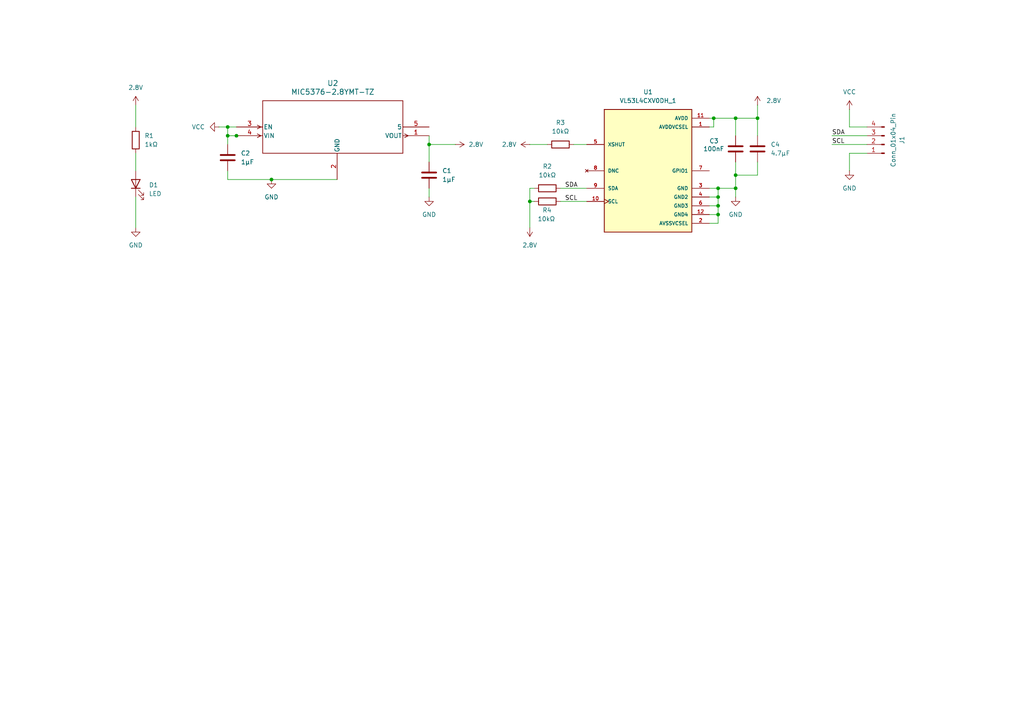
<source format=kicad_sch>
(kicad_sch (version 20250114) (generator "eeschema") (generator_version "9.0")
  (paper "A4")
  (lib_symbols
    (symbol "Breakout Board Practice:MIC5376-2.8YMT-TZ" (pin_names (offset 0.254))
      (property "Reference" "U2" (at 27.94 10.16 0))
      (property "Value" "MIC5376-2.8YMT-TZ" (at 27.94 7.62 0))
      (symbol "MIC5376-2.8YMT-TZ_0_1"
        (polyline (pts (xy 7.0993 -2.54) (xy 6.0579 -2.0193)) (stroke (width 0.2032)))
        (polyline (pts (xy 7.0993 -2.54) (xy 6.0579 -3.0607)) (stroke (width 0.2032)))
        (polyline (pts (xy 7.0993 -5.08) (xy 6.0579 -4.5593)) (stroke (width 0.2032)))
        (polyline (pts (xy 7.0993 -5.08) (xy 6.0579 -5.6007)) (stroke (width 0.2032)))
        (polyline (pts (xy 7.62 5.08) (xy 7.62 -10.16)) (stroke (width 0.2032)))
        (polyline (pts (xy 7.62 -10.16) (xy 48.26 -10.16)) (stroke (width 0.2032)))
        (polyline (pts (xy 48.26 5.08) (xy 7.62 5.08)) (stroke (width 0.2032)))
        (polyline (pts (xy 48.26 -10.16) (xy 48.26 5.08)) (stroke (width 0.2032)))
        (polyline (pts (xy 48.7807 -4.5593) (xy 49.8221 -5.08)) (stroke (width 0.2032)))
        (polyline (pts (xy 48.7807 -5.6007) (xy 49.8221 -5.08)) (stroke (width 0.2032)))
        (pin input line (at 0 -2.54 0) (length 7.62) (name "EN") (number "3"))
        (pin input line (at 0 -5.08 0) (length 7.62) (name "VIN") (number "4"))
        (pin power_in line (at 29.21 -17.78 90) (length 7.62) (name "GND") (number "2"))
        (pin unspecified line (at 55.88 -2.54 180) (length 7.62) (name "5") (number "5"))
        (pin output line (at 55.88 -5.08 180) (length 7.62) (name "VOUT") (number "1"))
      )
    )
    (symbol "Breakout Board Practice:VL53L4CXV0DH_1" (pin_names (offset 1.016))
      (property "Reference" "U1" (at 0 22.86 0))
      (property "Value" "VL53L4CXV0DH_1" (at 0 20.32 0))
      (symbol "VL53L4CXV0DH_1_0_0"
        (rectangle (start -12.7 17.78) (end 12.7 -17.78) (stroke (width 0.254)) (fill (type background)))
        (pin input line (at -17.78 7.62 0) (length 5.08) (name "XSHUT") (number "5"))
        (pin no_connect line (at -17.78 0 0) (length 5.08) (name "DNC") (number "8"))
        (pin bidirectional line (at -17.78 -5.08 0) (length 5.08) (name "SDA") (number "9"))
        (pin input clock (at -17.78 -8.89 0) (length 5.08) (name "SCL") (number "10"))
        (pin power_in line (at 17.78 15.24 180) (length 5.08) (name "AVDD") (number "11"))
        (pin power_in line (at 17.78 12.7 180) (length 5.08) (name "AVDDVCSEL") (number "1"))
        (pin output line (at 17.78 0 180) (length 5.08) (name "GPIO1") (number "7"))
        (pin power_in line (at 17.78 -5.08 180) (length 5.08) (name "GND") (number "3"))
        (pin power_in line (at 17.78 -7.62 180) (length 5.08) (name "GND2") (number "4"))
        (pin power_in line (at 17.78 -10.16 180) (length 5.08) (name "GND3") (number "6"))
        (pin power_in line (at 17.78 -12.7 180) (length 5.08) (name "GND4") (number "12"))
        (pin power_in line (at 17.78 -15.24 180) (length 5.08) (name "AVSSVCSEL") (number "2"))
      )
    )
    (symbol "Connector:Conn_01x04_Pin" (pin_names (offset 1.016) (hide yes))
      (property "Reference" "J" (at 0 5.08 0))
      (property "Value" "Conn_01x04_Pin" (at 0 -7.62 0))
      (symbol "Conn_01x04_Pin_1_1"
        (rectangle (start 0.8636 2.667) (end 0 2.413) (stroke (width 0.1524)) (fill (type outline)))
        (rectangle (start 0.8636 0.127) (end 0 -0.127) (stroke (width 0.1524)) (fill (type outline)))
        (rectangle (start 0.8636 -2.413) (end 0 -2.667) (stroke (width 0.1524)) (fill (type outline)))
        (rectangle (start 0.8636 -4.953) (end 0 -5.207) (stroke (width 0.1524)) (fill (type outline)))
        (polyline (pts (xy 1.27 2.54) (xy 0.8636 2.54)) (stroke (width 0.1524)))
        (polyline (pts (xy 1.27 0) (xy 0.8636 0)) (stroke (width 0.1524)))
        (polyline (pts (xy 1.27 -2.54) (xy 0.8636 -2.54)) (stroke (width 0.1524)))
        (polyline (pts (xy 1.27 -5.08) (xy 0.8636 -5.08)) (stroke (width 0.1524)))
        (pin passive line (at 5.08 2.54 180) (length 3.81) (name "Pin_1") (number "1"))
        (pin passive line (at 5.08 0 180) (length 3.81) (name "Pin_2") (number "2"))
        (pin passive line (at 5.08 -2.54 180) (length 3.81) (name "Pin_3") (number "3"))
        (pin passive line (at 5.08 -5.08 180) (length 3.81) (name "Pin_4") (number "4"))
      )
    )
    (symbol "Device:C" (pin_numbers (hide yes)) (pin_names (offset 0.254))
      (property "Reference" "C" (at 0.635 2.54 0))
      (property "Value" "C" (at 0.635 -2.54 0))
      (symbol "C_0_1"
        (polyline (pts (xy -2.032 0.762) (xy 2.032 0.762)) (stroke (width 0.508)))
        (polyline (pts (xy -2.032 -0.762) (xy 2.032 -0.762)) (stroke (width 0.508)))
      )
      (symbol "C_1_1"
        (pin passive line (at 0 3.81 270) (length 2.794) (name "~") (number "1"))
        (pin passive line (at 0 -3.81 90) (length 2.794) (name "~") (number "2"))
      )
    )
    (symbol "Device:LED" (pin_numbers (hide yes)) (pin_names (offset 1.016) (hide yes))
      (property "Reference" "D" (at 0 2.54 0))
      (property "Value" "LED" (at 0 -2.54 0))
      (symbol "LED_0_1"
        (polyline (pts (xy -3.048 -0.762) (xy -4.572 -2.286) (xy -3.81 -2.286) (xy -4.572 -2.286) (xy -4.572 -1.524)))
        (polyline (pts (xy -1.778 -0.762) (xy -3.302 -2.286) (xy -2.54 -2.286) (xy -3.302 -2.286) (xy -3.302 -1.524)))
        (polyline (pts (xy -1.27 0) (xy 1.27 0)))
        (polyline (pts (xy -1.27 -1.27) (xy -1.27 1.27)) (stroke (width 0.254)))
        (polyline (pts (xy 1.27 -1.27) (xy 1.27 1.27) (xy -1.27 0) (xy 1.27 -1.27)) (stroke (width 0.254)))
      )
      (symbol "LED_1_1"
        (pin passive line (at -3.81 0 0) (length 2.54) (name "K") (number "1"))
        (pin passive line (at 3.81 0 180) (length 2.54) (name "A") (number "2"))
      )
    )
    (symbol "Device:R" (pin_numbers (hide yes)) (pin_names (offset 0))
      (property "Reference" "R" (at 2.032 0 90))
      (property "Value" "R" (at 0 0 90))
      (symbol "R_0_1"
        (rectangle (start -1.016 -2.54) (end 1.016 2.54) (stroke (width 0.254)))
      )
      (symbol "R_1_1"
        (pin passive line (at 0 3.81 270) (length 1.27) (name "~") (number "1"))
        (pin passive line (at 0 -3.81 90) (length 1.27) (name "~") (number "2"))
      )
    )
    (symbol "power:+3.3V" (power) (pin_numbers (hide yes)) (pin_names (offset 0) (hide yes))
      (property "Value" "+3.3V" (at 0 3.556 0))
      (symbol "+3.3V_0_1"
        (polyline (pts (xy -0.762 1.27) (xy 0 2.54)))
        (polyline (pts (xy 0 2.54) (xy 0.762 1.27)))
        (polyline (pts (xy 0 0) (xy 0 2.54)))
      )
      (symbol "+3.3V_1_1"
        (pin power_in line (at 0 0 90) (length 0) (name "~") (number "1"))
      )
    )
    (symbol "power:+5V" (power) (pin_numbers (hide yes)) (pin_names (offset 0) (hide yes))
      (property "Value" "+5V" (at 0 3.556 0))
      (symbol "+5V_0_1"
        (polyline (pts (xy -0.762 1.27) (xy 0 2.54)))
        (polyline (pts (xy 0 2.54) (xy 0.762 1.27)))
        (polyline (pts (xy 0 0) (xy 0 2.54)))
      )
      (symbol "+5V_1_1"
        (pin power_in line (at 0 0 90) (length 0) (name "~") (number "1"))
      )
    )
    (symbol "power:GND" (power) (pin_numbers (hide yes)) (pin_names (offset 0) (hide yes))
      (property "Value" "GND" (at 0 -3.81 0))
      (symbol "GND_0_1"
        (polyline (pts (xy 0 0) (xy 0 -1.27) (xy 1.27 -1.27) (xy 0 -2.54) (xy -1.27 -1.27) (xy 0 -1.27)))
      )
      (symbol "GND_1_1"
        (pin power_in line (at 0 0 270) (length 0) (name "~") (number "1"))
      )
    )
    (symbol "power:VCC" (power) (pin_numbers (hide yes)) (pin_names (offset 0) (hide yes))
      (property "Value" "VCC" (at 0 3.556 0))
      (symbol "VCC_0_1"
        (polyline (pts (xy -0.762 1.27) (xy 0 2.54)))
        (polyline (pts (xy 0 2.54) (xy 0.762 1.27)))
        (polyline (pts (xy 0 0) (xy 0 2.54)))
      )
      (symbol "VCC_1_1"
        (pin power_in line (at 0 0 90) (length 0) (name "~") (number "1"))
      )
    )
  )
  (junction (at 66.04 36.83))
  (junction (at 213.36 34.29))
  (junction (at 208.28 62.23))
  (junction (at 78.74 52.07))
  (junction (at 208.28 54.61))
  (junction (at 153.67 58.42))
  (junction (at 68.58 39.37))
  (junction (at 213.36 50.8))
  (junction (at 208.28 59.69))
  (junction (at 124.46 41.91))
  (junction (at 66.04 39.37))
  (junction (at 213.36 54.61))
  (junction (at 219.71 34.29))
  (junction (at 207.01 34.29))
  (junction (at 208.28 57.15))
  (wire (pts (xy 66.04 36.83) (xy 66.04 39.37)))
  (wire (pts (xy 153.67 54.61) (xy 153.67 58.42)))
  (wire (pts (xy 207.01 34.29) (xy 213.36 34.29)))
  (wire (pts (xy 66.04 36.83) (xy 68.58 36.83)))
  (wire (pts (xy 241.3 41.91) (xy 251.46 41.91)))
  (wire (pts (xy 124.46 41.91) (xy 124.46 46.99)))
  (wire (pts (xy 205.74 59.69) (xy 208.28 59.69)))
  (wire (pts (xy 208.28 59.69) (xy 208.28 62.23)))
  (wire (pts (xy 251.46 44.45) (xy 246.38 44.45)))
  (wire (pts (xy 66.04 52.07) (xy 78.74 52.07)))
  (wire (pts (xy 208.28 57.15) (xy 208.28 59.69)))
  (wire (pts (xy 208.28 54.61) (xy 213.36 54.61)))
  (wire (pts (xy 39.37 30.48) (xy 39.37 36.83)))
  (wire (pts (xy 124.46 39.37) (xy 124.46 41.91)))
  (wire (pts (xy 205.74 57.15) (xy 208.28 57.15)))
  (wire (pts (xy 241.3 39.37) (xy 251.46 39.37)))
  (wire (pts (xy 207.01 34.29) (xy 207.01 36.83)))
  (wire (pts (xy 124.46 57.15) (xy 124.46 54.61)))
  (wire (pts (xy 219.71 30.48) (xy 219.71 34.29)))
  (wire (pts (xy 97.79 52.07) (xy 78.74 52.07)))
  (wire (pts (xy 213.36 34.29) (xy 219.71 34.29)))
  (wire (pts (xy 208.28 62.23) (xy 208.28 64.77)))
  (wire (pts (xy 213.36 46.99) (xy 213.36 50.8)))
  (wire (pts (xy 66.04 52.07) (xy 66.04 49.53)))
  (wire (pts (xy 219.71 50.8) (xy 213.36 50.8)))
  (wire (pts (xy 205.74 34.29) (xy 207.01 34.29)))
  (wire (pts (xy 205.74 36.83) (xy 207.01 36.83)))
  (wire (pts (xy 219.71 34.29) (xy 219.71 39.37)))
  (wire (pts (xy 162.56 58.42) (xy 170.18 58.42)))
  (wire (pts (xy 66.04 39.37) (xy 66.04 41.91)))
  (wire (pts (xy 63.5 36.83) (xy 66.04 36.83)))
  (wire (pts (xy 124.46 41.91) (xy 132.08 41.91)))
  (wire (pts (xy 66.04 39.37) (xy 68.58 39.37)))
  (wire (pts (xy 213.36 54.61) (xy 213.36 57.15)))
  (wire (pts (xy 162.56 54.61) (xy 170.18 54.61)))
  (wire (pts (xy 154.94 54.61) (xy 153.67 54.61)))
  (wire (pts (xy 39.37 44.45) (xy 39.37 49.53)))
  (wire (pts (xy 251.46 36.83) (xy 246.38 36.83)))
  (wire (pts (xy 166.37 41.91) (xy 170.18 41.91)))
  (wire (pts (xy 246.38 31.75) (xy 246.38 36.83)))
  (wire (pts (xy 205.74 64.77) (xy 208.28 64.77)))
  (wire (pts (xy 219.71 46.99) (xy 219.71 50.8)))
  (wire (pts (xy 39.37 57.15) (xy 39.37 66.04)))
  (wire (pts (xy 205.74 54.61) (xy 208.28 54.61)))
  (wire (pts (xy 153.67 41.91) (xy 158.75 41.91)))
  (wire (pts (xy 213.36 50.8) (xy 213.36 54.61)))
  (wire (pts (xy 153.67 58.42) (xy 153.67 66.04)))
  (wire (pts (xy 213.36 34.29) (xy 213.36 39.37)))
  (wire (pts (xy 153.67 58.42) (xy 154.94 58.42)))
  (wire (pts (xy 71.12 39.37) (xy 68.58 39.37)))
  (wire (pts (xy 208.28 54.61) (xy 208.28 57.15)))
  (wire (pts (xy 205.74 62.23) (xy 208.28 62.23)))
  (wire (pts (xy 246.38 44.45) (xy 246.38 49.53)))
  (label "SDA" (at 163.83 54.61 0))
  (label "SDA" (at 241.3 39.37 0))
  (label "SCL" (at 241.3 41.91 0))
  (label "SCL" (at 163.83 58.42 0))
  (symbol (lib_id "Breakout Board Practice:MIC5376-2.8YMT-TZ") (at 68.58 34.29 0) (unit 1)
    (property "Reference" "U2" (at 96.52 24.13 0) (effects (font (size 1.524 1.524))))
    (property "Value" "MIC5376-2.8YMT-TZ" (at 96.52 26.67 0) (effects (font (size 1.524 1.524))))
    (property "Footprint" "L3KicadFoot:SC-70_C5_MCH-L" (effects (hide yes)))
    (property "Datasheet" "MIC5376-2.8YMT-TZ" (effects (hide yes)))
  )
  (symbol (lib_id "Device:R") (at 158.75 58.42 90) (unit 1)
    (property "Reference" "R4" (at 160.02 60.96 90) (effects (justify left)))
    (property "Value" "10kΩ" (at 161.036 63.5 90) (effects (justify left)))
    (property "Footprint" "Resistor_SMD:R_0402_1005Metric_Pad0.72x0.64mm_HandSolder" (effects (hide yes)))
    (property "Description" "Resistor" (effects (hide yes)))
  )
  (symbol (lib_id "power:GND") (at 63.5 36.83 270) (unit 1)
    (property "Reference" "#PWR02" (effects (hide yes)))
    (property "Value" "VCC" (at 59.436 36.83 90) (effects (justify right)))
    (property "Description" "Power symbol creates a global label with name \"GND\" , ground" (effects (hide yes)))
  )
  (symbol (lib_id "power:GND") (at 246.38 49.53 0) (unit 1)
    (property "Reference" "#PWR08" (effects (hide yes)))
    (property "Value" "GND" (at 246.38 54.61 0))
    (property "Description" "Power symbol creates a global label with name \"GND\" , ground" (effects (hide yes)))
  )
  (symbol (lib_id "power:VCC") (at 246.38 31.75 0) (unit 1)
    (property "Reference" "#PWR07" (effects (hide yes)))
    (property "Value" "VCC" (at 246.38 26.67 0))
    (property "Description" "Power symbol creates a global label with name \"VCC\"" (effects (hide yes)))
  )
  (symbol (lib_id "Device:C") (at 124.46 50.8 0) (unit 1)
    (property "Reference" "C1" (at 128.27 49.5299 0) (effects (justify left)))
    (property "Value" "1µF" (at 128.27 52.0699 0) (effects (justify left)))
    (property "Footprint" "Capacitor_SMD:C_0402_1005Metric_Pad0.74x0.62mm_HandSolder" (effects (hide yes)))
    (property "Description" "Unpolarized capacitor" (effects (hide yes)))
  )
  (symbol (lib_id "Device:C") (at 213.36 43.18 0) (unit 1)
    (property "Reference" "C3" (at 205.74 40.894 0) (effects (justify left)))
    (property "Value" "100nF" (at 203.962 43.18 0) (effects (justify left)))
    (property "Footprint" "Capacitor_SMD:C_0402_1005Metric_Pad0.74x0.62mm_HandSolder" (effects (hide yes)))
    (property "Description" "Unpolarized capacitor" (effects (hide yes)))
  )
  (symbol (lib_id "Device:C") (at 66.04 45.72 0) (unit 1)
    (property "Reference" "C2" (at 69.85 44.4499 0) (effects (justify left)))
    (property "Value" "1µF" (at 69.85 46.9899 0) (effects (justify left)))
    (property "Footprint" "Capacitor_SMD:C_0402_1005Metric_Pad0.74x0.62mm_HandSolder" (effects (hide yes)))
    (property "Description" "Unpolarized capacitor" (effects (hide yes)))
  )
  (symbol (lib_id "Device:LED") (at 39.37 53.34 90) (unit 1)
    (property "Reference" "D1" (at 43.18 53.6574 90) (effects (justify right)))
    (property "Value" "LED" (at 43.18 56.1974 90) (effects (justify right)))
    (property "Footprint" "LED_SMD:LED_0402_1005Metric_Pad0.77x0.64mm_HandSolder" (effects (hide yes)))
    (property "Description" "Light emitting diode" (effects (hide yes)))
    (property "Sim.Pins" "1=K 2=A" (effects (hide yes)))
  )
  (symbol (lib_id "power:GND") (at 124.46 57.15 0) (unit 1)
    (property "Reference" "#PWR010" (effects (hide yes)))
    (property "Value" "GND" (at 124.46 62.23 0))
    (property "Description" "Power symbol creates a global label with name \"GND\" , ground" (effects (hide yes)))
  )
  (symbol (lib_id "Connector:Conn_01x04_Pin") (at 256.54 41.91 180) (unit 1)
    (property "Reference" "J1" (at 261.62 40.64 90))
    (property "Value" "Conn_01x04_Pin" (at 259.08 40.64 90))
    (property "Footprint" "Connector_PinSocket_2.54mm:PinSocket_1x04_P2.54mm_Vertical" (effects (hide yes)))
    (property "Description" "Generic connector, single row, 01x04, script generated" (effects (hide yes)))
  )
  (symbol (lib_id "power:GND") (at 213.36 57.15 0) (unit 1)
    (property "Reference" "#PWR01" (effects (hide yes)))
    (property "Value" "GND" (at 213.36 62.23 0))
    (property "Description" "Power symbol creates a global label with name \"GND\" , ground" (effects (hide yes)))
  )
  (symbol (lib_id "power:+3.3V") (at 153.67 41.91 90) (unit 1)
    (property "Reference" "#PWR012" (effects (hide yes)))
    (property "Value" "2.8V" (at 149.86 41.9099 90) (effects (justify left)))
    (property "Description" "Power symbol creates a global label with name \"+3.3V\"" (effects (hide yes)))
  )
  (symbol (lib_id "power:+5V") (at 219.71 30.48 0) (unit 1)
    (property "Reference" "#PWR06" (effects (hide yes)))
    (property "Value" "2.8V" (at 222.25 29.2099 0) (effects (justify left)))
    (property "Description" "Power symbol creates a global label with name \"+5V\"" (effects (hide yes)))
  )
  (symbol (lib_id "power:+5V") (at 132.08 41.91 270) (unit 1)
    (property "Reference" "#PWR04" (effects (hide yes)))
    (property "Value" "2.8V" (at 135.89 41.9099 90) (effects (justify left)))
    (property "Description" "Power symbol creates a global label with name \"+5V\"" (effects (hide yes)))
  )
  (symbol (lib_id "power:GND") (at 39.37 66.04 0) (unit 1)
    (property "Reference" "#PWR09" (effects (hide yes)))
    (property "Value" "GND" (at 39.37 71.12 0))
    (property "Description" "Power symbol creates a global label with name \"GND\" , ground" (effects (hide yes)))
  )
  (symbol (lib_id "Device:R") (at 39.37 40.64 0) (unit 1)
    (property "Reference" "R1" (at 41.91 39.3699 0) (effects (justify left)))
    (property "Value" "1kΩ" (at 41.91 41.9099 0) (effects (justify left)))
    (property "Footprint" "Resistor_SMD:R_0402_1005Metric_Pad0.72x0.64mm_HandSolder" (effects (hide yes)))
    (property "Description" "Resistor" (effects (hide yes)))
  )
  (symbol (lib_id "Device:R") (at 158.75 54.61 270) (unit 1)
    (property "Reference" "R2" (at 158.75 48.26 90))
    (property "Value" "10kΩ" (at 158.75 50.8 90))
    (property "Footprint" "Resistor_SMD:R_0402_1005Metric_Pad0.72x0.64mm_HandSolder" (effects (hide yes)))
    (property "Description" "Resistor" (effects (hide yes)))
  )
  (symbol (lib_id "power:+3.3V") (at 153.67 66.04 180) (unit 1)
    (property "Reference" "#PWR011" (effects (hide yes)))
    (property "Value" "2.8V" (at 153.67 71.12 0))
    (property "Description" "Power symbol creates a global label with name \"+3.3V\"" (effects (hide yes)))
  )
  (symbol (lib_id "Breakout Board Practice:VL53L4CXV0DH_1") (at 187.96 49.53 0) (unit 1)
    (property "Reference" "U1" (at 187.96 26.67 0))
    (property "Value" "VL53L4CXV0DH_1" (at 187.96 29.21 0))
    (property "Footprint" "L3KicadFoot:XCDR_VL53L4CXV0DH_1" (effects (hide yes)))
    (property "MF" "STMicroelectronics" (effects (hide yes)))
    (property "MAXIMUM_PACKAGE_HEIGHT" "1.05mm" (effects (hide yes)))
    (property "Package" "None" (effects (hide yes)))
    (property "Price" "None" (effects (hide yes)))
    (property "Check_prices" "https://www.snapeda.com/parts/VL53L4CXV0DH/1/STMicroelectronics/view-part/?ref=eda" (effects (hide yes)))
    (property "STANDARD" "Manufacturer Recommendations" (effects (hide yes)))
    (property "PARTREV" "4" (effects (hide yes)))
    (property "SnapEDA_Link" "https://www.snapeda.com/parts/VL53L4CXV0DH/1/STMicroelectronics/view-part/?ref=snap" (effects (hide yes)))
    (property "MP" "VL53L4CXV0DH/1" (effects (hide yes)))
    (property "Description_1" "Proximity Sensor Time of Flight(TOF) 600cm 2.6V to 3.5VDC 12-Pin LGA T/R" (effects (hide yes)))
    (property "MANUFACTURER" "STMicroelectronics" (effects (hide yes)))
    (property "Availability" "In Stock" (effects (hide yes)))
    (property "SNAPEDA_PN" "VL53L4CXV0DH/1" (effects (hide yes)))
  )
  (symbol (lib_id "power:GND") (at 78.74 52.07 0) (unit 1)
    (property "Reference" "#PWR05" (effects (hide yes)))
    (property "Value" "GND" (at 78.74 57.15 0))
    (property "Description" "Power symbol creates a global label with name \"GND\" , ground" (effects (hide yes)))
  )
  (symbol (lib_id "Device:C") (at 219.71 43.18 180) (unit 1)
    (property "Reference" "C4" (at 223.52 41.9099 0) (effects (justify right)))
    (property "Value" "4.7µF" (at 223.52 44.4499 0) (effects (justify right)))
    (property "Footprint" "Capacitor_SMD:C_0402_1005Metric_Pad0.74x0.62mm_HandSolder" (effects (hide yes)))
    (property "Description" "Unpolarized capacitor" (effects (hide yes)))
  )
  (symbol (lib_id "power:+3.3V") (at 39.37 30.48 0) (unit 1)
    (property "Reference" "#PWR03" (effects (hide yes)))
    (property "Value" "2.8V" (at 39.37 25.4 0))
    (property "Description" "Power symbol creates a global label with name \"+3.3V\"" (effects (hide yes)))
  )
  (symbol (lib_id "Device:R") (at 162.56 41.91 90) (unit 1)
    (property "Reference" "R3" (at 162.56 35.56 90))
    (property "Value" "10kΩ" (at 162.56 38.1 90))
    (property "Footprint" "Resistor_SMD:R_0402_1005Metric_Pad0.72x0.64mm_HandSolder" (effects (hide yes)))
    (property "Description" "Resistor" (effects (hide yes)))
  )
)
</source>
